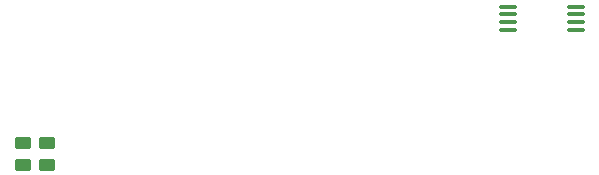
<source format=gbp>
G04 #@! TF.GenerationSoftware,KiCad,Pcbnew,8.0.1*
G04 #@! TF.CreationDate,2024-04-20T17:20:35+01:00*
G04 #@! TF.ProjectId,le-carnard-bleu,6c652d63-6172-46e6-9172-642d626c6575,rev?*
G04 #@! TF.SameCoordinates,Original*
G04 #@! TF.FileFunction,Paste,Bot*
G04 #@! TF.FilePolarity,Positive*
%FSLAX46Y46*%
G04 Gerber Fmt 4.6, Leading zero omitted, Abs format (unit mm)*
G04 Created by KiCad (PCBNEW 8.0.1) date 2024-04-20 17:20:35*
%MOMM*%
%LPD*%
G01*
G04 APERTURE LIST*
G04 Aperture macros list*
%AMRoundRect*
0 Rectangle with rounded corners*
0 $1 Rounding radius*
0 $2 $3 $4 $5 $6 $7 $8 $9 X,Y pos of 4 corners*
0 Add a 4 corners polygon primitive as box body*
4,1,4,$2,$3,$4,$5,$6,$7,$8,$9,$2,$3,0*
0 Add four circle primitives for the rounded corners*
1,1,$1+$1,$2,$3*
1,1,$1+$1,$4,$5*
1,1,$1+$1,$6,$7*
1,1,$1+$1,$8,$9*
0 Add four rect primitives between the rounded corners*
20,1,$1+$1,$2,$3,$4,$5,0*
20,1,$1+$1,$4,$5,$6,$7,0*
20,1,$1+$1,$6,$7,$8,$9,0*
20,1,$1+$1,$8,$9,$2,$3,0*%
G04 Aperture macros list end*
%ADD10RoundRect,0.100000X0.637500X0.100000X-0.637500X0.100000X-0.637500X-0.100000X0.637500X-0.100000X0*%
%ADD11RoundRect,0.250000X-0.450000X0.262500X-0.450000X-0.262500X0.450000X-0.262500X0.450000X0.262500X0*%
G04 APERTURE END LIST*
D10*
X153924000Y-87600000D03*
X153924000Y-88250000D03*
X153924000Y-88900000D03*
X153924000Y-89550000D03*
X148199000Y-89550000D03*
X148199000Y-88900000D03*
X148199000Y-88250000D03*
X148199000Y-87600000D03*
D11*
X109093000Y-99163500D03*
X109093000Y-100988500D03*
X107061000Y-99163500D03*
X107061000Y-100988500D03*
M02*

</source>
